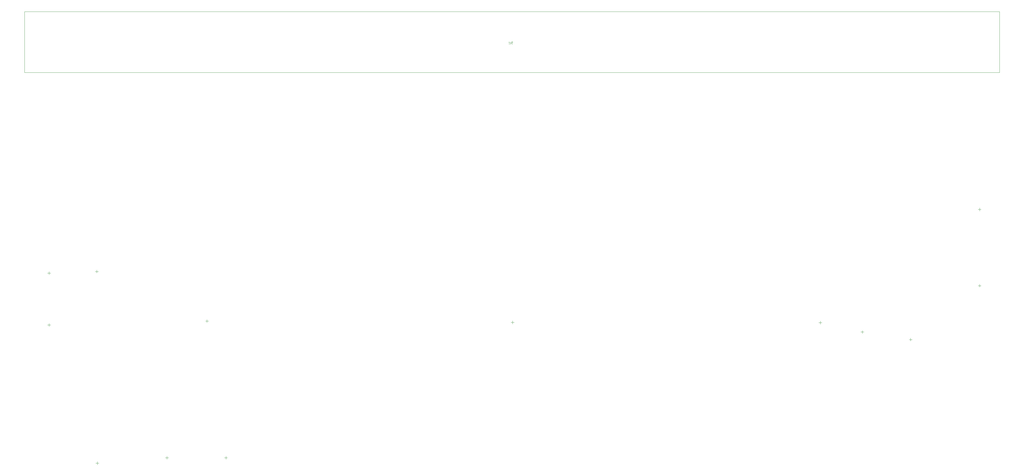
<source format=gbr>
%TF.GenerationSoftware,Altium Limited,Altium Designer,26.1.1 (7)*%
G04 Layer_Color=16711935*
%FSLAX43Y43*%
%MOMM*%
%TF.SameCoordinates,F910D8A4-5627-44EB-A571-6FFAAA827985*%
%TF.FilePolarity,Positive*%
%TF.FileFunction,Other,Top_Component_Center*%
%TF.Part,Single*%
G01*
G75*
%TA.AperFunction,NonConductor*%
%ADD113C,0.100*%
%ADD117C,0.050*%
D113*
X23675Y69155D02*
Y70155D01*
X23175Y69655D02*
X24175D01*
X66075Y8000D02*
Y9000D01*
X65575Y8500D02*
X66575D01*
X59386Y53351D02*
X60386D01*
X59886Y52851D02*
Y53851D01*
X260677Y52854D02*
X261677D01*
X261177Y52354D02*
Y53354D01*
X320000Y135004D02*
Y155004D01*
X0Y135004D02*
Y155004D01*
Y135004D02*
X320000D01*
X0Y155004D02*
X320000D01*
X160000Y144754D02*
Y145254D01*
X159750Y145004D02*
X160250D01*
X290861Y46808D02*
Y47808D01*
X290361Y47308D02*
X291361D01*
X160183Y52461D02*
Y53461D01*
X159683Y52961D02*
X160683D01*
X275000Y49269D02*
Y50269D01*
X274500Y49769D02*
X275500D01*
X46700Y8000D02*
Y9000D01*
X46200Y8500D02*
X47200D01*
X160000Y144204D02*
Y145004D01*
Y144604D01*
X159467D01*
Y144204D01*
Y145004D01*
X159200D02*
X158934D01*
X159067D01*
Y144204D01*
X159200Y144337D01*
D117*
X23350Y6725D02*
X24350D01*
X23850Y6225D02*
Y7225D01*
X8000Y51579D02*
Y52579D01*
X7500Y52079D02*
X8500D01*
X8000Y68579D02*
Y69579D01*
X7500Y69079D02*
X8500D01*
X313475Y64500D02*
Y65500D01*
X312975Y65000D02*
X313975D01*
X313475Y89500D02*
Y90500D01*
X312975Y90000D02*
X313975D01*
%TF.MD5,1388040bf6aabcc1c6792aa69fd93070*%
M02*

</source>
